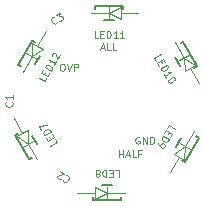
<source format=gbr>
%TF.GenerationSoftware,KiCad,Pcbnew,8.0.1*%
%TF.CreationDate,2024-03-26T23:53:37-06:00*%
%TF.ProjectId,Led_Board,4c65645f-426f-4617-9264-2e6b69636164,rev?*%
%TF.SameCoordinates,Original*%
%TF.FileFunction,Legend,Top*%
%TF.FilePolarity,Positive*%
%FSLAX46Y46*%
G04 Gerber Fmt 4.6, Leading zero omitted, Abs format (unit mm)*
G04 Created by KiCad (PCBNEW 8.0.1) date 2024-03-26 23:53:37*
%MOMM*%
%LPD*%
G01*
G04 APERTURE LIST*
%ADD10C,0.100000*%
%ADD11C,0.152400*%
G04 APERTURE END LIST*
D10*
X146534315Y-75780638D02*
X146248601Y-75780638D01*
X146248601Y-75780638D02*
X146248601Y-75180638D01*
X146734315Y-75466352D02*
X146934315Y-75466352D01*
X147020029Y-75780638D02*
X146734315Y-75780638D01*
X146734315Y-75780638D02*
X146734315Y-75180638D01*
X146734315Y-75180638D02*
X147020029Y-75180638D01*
X147277172Y-75780638D02*
X147277172Y-75180638D01*
X147277172Y-75180638D02*
X147420029Y-75180638D01*
X147420029Y-75180638D02*
X147505743Y-75209209D01*
X147505743Y-75209209D02*
X147562886Y-75266352D01*
X147562886Y-75266352D02*
X147591457Y-75323495D01*
X147591457Y-75323495D02*
X147620029Y-75437781D01*
X147620029Y-75437781D02*
X147620029Y-75523495D01*
X147620029Y-75523495D02*
X147591457Y-75637781D01*
X147591457Y-75637781D02*
X147562886Y-75694924D01*
X147562886Y-75694924D02*
X147505743Y-75752067D01*
X147505743Y-75752067D02*
X147420029Y-75780638D01*
X147420029Y-75780638D02*
X147277172Y-75780638D01*
X148191457Y-75780638D02*
X147848600Y-75780638D01*
X148020029Y-75780638D02*
X148020029Y-75180638D01*
X148020029Y-75180638D02*
X147962886Y-75266352D01*
X147962886Y-75266352D02*
X147905743Y-75323495D01*
X147905743Y-75323495D02*
X147848600Y-75352067D01*
X148762886Y-75780638D02*
X148420029Y-75780638D01*
X148591458Y-75780638D02*
X148591458Y-75180638D01*
X148591458Y-75180638D02*
X148534315Y-75266352D01*
X148534315Y-75266352D02*
X148477172Y-75323495D01*
X148477172Y-75323495D02*
X148420029Y-75352067D01*
X151458658Y-77699501D02*
X151315800Y-77452066D01*
X151315800Y-77452066D02*
X151835416Y-77152066D01*
X151830837Y-77715563D02*
X151930837Y-77888768D01*
X151701515Y-78120142D02*
X151558657Y-77872706D01*
X151558657Y-77872706D02*
X152078273Y-77572706D01*
X152078273Y-77572706D02*
X152221130Y-77820142D01*
X151830086Y-78342834D02*
X152349701Y-78042834D01*
X152349701Y-78042834D02*
X152421130Y-78166552D01*
X152421130Y-78166552D02*
X152439243Y-78255069D01*
X152439243Y-78255069D02*
X152418328Y-78333127D01*
X152418328Y-78333127D02*
X152383126Y-78386442D01*
X152383126Y-78386442D02*
X152298438Y-78468329D01*
X152298438Y-78468329D02*
X152224207Y-78511186D01*
X152224207Y-78511186D02*
X152110947Y-78543585D01*
X152110947Y-78543585D02*
X152047174Y-78547413D01*
X152047174Y-78547413D02*
X151969115Y-78526497D01*
X151969115Y-78526497D02*
X151901515Y-78466552D01*
X151901515Y-78466552D02*
X151830086Y-78342834D01*
X152287229Y-79134629D02*
X152115800Y-78837706D01*
X152201515Y-78986167D02*
X152721130Y-78686167D01*
X152721130Y-78686167D02*
X152618328Y-78679537D01*
X152618328Y-78679537D02*
X152540269Y-78658622D01*
X152540269Y-78658622D02*
X152486954Y-78623420D01*
X152992559Y-79156296D02*
X153021130Y-79205783D01*
X153021130Y-79205783D02*
X153024958Y-79269556D01*
X153024958Y-79269556D02*
X153014500Y-79308585D01*
X153014500Y-79308585D02*
X152979299Y-79361900D01*
X152979299Y-79361900D02*
X152894610Y-79443787D01*
X152894610Y-79443787D02*
X152770892Y-79515215D01*
X152770892Y-79515215D02*
X152657632Y-79547614D01*
X152657632Y-79547614D02*
X152593859Y-79551442D01*
X152593859Y-79551442D02*
X152554830Y-79540984D01*
X152554830Y-79540984D02*
X152501515Y-79505783D01*
X152501515Y-79505783D02*
X152472943Y-79456296D01*
X152472943Y-79456296D02*
X152469116Y-79392523D01*
X152469116Y-79392523D02*
X152479573Y-79353494D01*
X152479573Y-79353494D02*
X152514775Y-79300179D01*
X152514775Y-79300179D02*
X152599463Y-79218292D01*
X152599463Y-79218292D02*
X152723181Y-79146864D01*
X152723181Y-79146864D02*
X152836441Y-79114464D01*
X152836441Y-79114464D02*
X152900214Y-79110637D01*
X152900214Y-79110637D02*
X152939244Y-79121094D01*
X152939244Y-79121094D02*
X152992559Y-79156296D01*
X152374762Y-83396742D02*
X152517619Y-83149306D01*
X152517619Y-83149306D02*
X153037235Y-83449306D01*
X152546942Y-83727089D02*
X152446942Y-83900294D01*
X152131905Y-83817382D02*
X152274762Y-83569946D01*
X152274762Y-83569946D02*
X152794378Y-83869946D01*
X152794378Y-83869946D02*
X152651520Y-84117382D01*
X152003334Y-84040074D02*
X152522949Y-84340074D01*
X152522949Y-84340074D02*
X152451521Y-84463792D01*
X152451521Y-84463792D02*
X152383920Y-84523737D01*
X152383920Y-84523737D02*
X152305861Y-84544653D01*
X152305861Y-84544653D02*
X152242088Y-84540825D01*
X152242088Y-84540825D02*
X152128828Y-84508426D01*
X152128828Y-84508426D02*
X152054598Y-84465569D01*
X152054598Y-84465569D02*
X151969909Y-84383682D01*
X151969909Y-84383682D02*
X151934707Y-84330367D01*
X151934707Y-84330367D02*
X151913792Y-84252309D01*
X151913792Y-84252309D02*
X151931905Y-84163792D01*
X151931905Y-84163792D02*
X152003334Y-84040074D01*
X151689048Y-84584433D02*
X151631905Y-84683408D01*
X151631905Y-84683408D02*
X151628077Y-84747180D01*
X151628077Y-84747180D02*
X151638535Y-84786210D01*
X151638535Y-84786210D02*
X151684195Y-84878554D01*
X151684195Y-84878554D02*
X151768883Y-84960440D01*
X151768883Y-84960440D02*
X151966832Y-85074726D01*
X151966832Y-85074726D02*
X152030605Y-85078554D01*
X152030605Y-85078554D02*
X152069634Y-85068096D01*
X152069634Y-85068096D02*
X152122949Y-85032895D01*
X152122949Y-85032895D02*
X152180092Y-84933920D01*
X152180092Y-84933920D02*
X152183920Y-84870147D01*
X152183920Y-84870147D02*
X152173462Y-84831118D01*
X152173462Y-84831118D02*
X152138260Y-84777803D01*
X152138260Y-84777803D02*
X152014543Y-84706375D01*
X152014543Y-84706375D02*
X151950770Y-84702547D01*
X151950770Y-84702547D02*
X151911740Y-84713005D01*
X151911740Y-84713005D02*
X151858425Y-84748206D01*
X151858425Y-84748206D02*
X151801283Y-84847180D01*
X151801283Y-84847180D02*
X151797455Y-84910953D01*
X151797455Y-84910953D02*
X151807913Y-84949983D01*
X151807913Y-84949983D02*
X151843114Y-85003298D01*
X147991428Y-86922648D02*
X148277142Y-86922648D01*
X148277142Y-86922648D02*
X148277142Y-87522648D01*
X147791428Y-87236934D02*
X147591428Y-87236934D01*
X147505714Y-86922648D02*
X147791428Y-86922648D01*
X147791428Y-86922648D02*
X147791428Y-87522648D01*
X147791428Y-87522648D02*
X147505714Y-87522648D01*
X147248571Y-86922648D02*
X147248571Y-87522648D01*
X147248571Y-87522648D02*
X147105714Y-87522648D01*
X147105714Y-87522648D02*
X147020000Y-87494077D01*
X147020000Y-87494077D02*
X146962857Y-87436934D01*
X146962857Y-87436934D02*
X146934286Y-87379791D01*
X146934286Y-87379791D02*
X146905714Y-87265505D01*
X146905714Y-87265505D02*
X146905714Y-87179791D01*
X146905714Y-87179791D02*
X146934286Y-87065505D01*
X146934286Y-87065505D02*
X146962857Y-87008362D01*
X146962857Y-87008362D02*
X147020000Y-86951220D01*
X147020000Y-86951220D02*
X147105714Y-86922648D01*
X147105714Y-86922648D02*
X147248571Y-86922648D01*
X146562857Y-87265505D02*
X146620000Y-87294077D01*
X146620000Y-87294077D02*
X146648571Y-87322648D01*
X146648571Y-87322648D02*
X146677143Y-87379791D01*
X146677143Y-87379791D02*
X146677143Y-87408362D01*
X146677143Y-87408362D02*
X146648571Y-87465505D01*
X146648571Y-87465505D02*
X146620000Y-87494077D01*
X146620000Y-87494077D02*
X146562857Y-87522648D01*
X146562857Y-87522648D02*
X146448571Y-87522648D01*
X146448571Y-87522648D02*
X146391429Y-87494077D01*
X146391429Y-87494077D02*
X146362857Y-87465505D01*
X146362857Y-87465505D02*
X146334286Y-87408362D01*
X146334286Y-87408362D02*
X146334286Y-87379791D01*
X146334286Y-87379791D02*
X146362857Y-87322648D01*
X146362857Y-87322648D02*
X146391429Y-87294077D01*
X146391429Y-87294077D02*
X146448571Y-87265505D01*
X146448571Y-87265505D02*
X146562857Y-87265505D01*
X146562857Y-87265505D02*
X146620000Y-87236934D01*
X146620000Y-87236934D02*
X146648571Y-87208362D01*
X146648571Y-87208362D02*
X146677143Y-87151220D01*
X146677143Y-87151220D02*
X146677143Y-87036934D01*
X146677143Y-87036934D02*
X146648571Y-86979791D01*
X146648571Y-86979791D02*
X146620000Y-86951220D01*
X146620000Y-86951220D02*
X146562857Y-86922648D01*
X146562857Y-86922648D02*
X146448571Y-86922648D01*
X146448571Y-86922648D02*
X146391429Y-86951220D01*
X146391429Y-86951220D02*
X146362857Y-86979791D01*
X146362857Y-86979791D02*
X146334286Y-87036934D01*
X146334286Y-87036934D02*
X146334286Y-87151220D01*
X146334286Y-87151220D02*
X146362857Y-87208362D01*
X146362857Y-87208362D02*
X146391429Y-87236934D01*
X146391429Y-87236934D02*
X146448571Y-87265505D01*
X142890123Y-84366045D02*
X143032981Y-84613481D01*
X143032981Y-84613481D02*
X142513365Y-84913481D01*
X142517944Y-84349983D02*
X142417944Y-84176778D01*
X142647266Y-83945404D02*
X142790124Y-84192840D01*
X142790124Y-84192840D02*
X142270508Y-84492840D01*
X142270508Y-84492840D02*
X142127651Y-84245404D01*
X142518695Y-83722712D02*
X141999080Y-84022712D01*
X141999080Y-84022712D02*
X141927651Y-83898994D01*
X141927651Y-83898994D02*
X141909538Y-83810478D01*
X141909538Y-83810478D02*
X141930453Y-83732419D01*
X141930453Y-83732419D02*
X141965655Y-83679104D01*
X141965655Y-83679104D02*
X142050343Y-83597218D01*
X142050343Y-83597218D02*
X142124574Y-83554361D01*
X142124574Y-83554361D02*
X142237834Y-83521961D01*
X142237834Y-83521961D02*
X142301607Y-83518134D01*
X142301607Y-83518134D02*
X142379666Y-83539049D01*
X142379666Y-83539049D02*
X142447266Y-83598994D01*
X142447266Y-83598994D02*
X142518695Y-83722712D01*
X141727651Y-83552584D02*
X141527651Y-83206174D01*
X141527651Y-83206174D02*
X142175838Y-83128866D01*
X142167420Y-79188315D02*
X142024563Y-79435751D01*
X142024563Y-79435751D02*
X141504947Y-79135751D01*
X141995240Y-78857967D02*
X142095240Y-78684762D01*
X142410277Y-78767674D02*
X142267420Y-79015110D01*
X142267420Y-79015110D02*
X141747804Y-78715110D01*
X141747804Y-78715110D02*
X141890662Y-78467674D01*
X142538848Y-78544982D02*
X142019233Y-78244982D01*
X142019233Y-78244982D02*
X142090661Y-78121264D01*
X142090661Y-78121264D02*
X142158262Y-78061319D01*
X142158262Y-78061319D02*
X142236321Y-78040404D01*
X142236321Y-78040404D02*
X142300094Y-78044231D01*
X142300094Y-78044231D02*
X142413354Y-78076631D01*
X142413354Y-78076631D02*
X142487584Y-78119488D01*
X142487584Y-78119488D02*
X142572273Y-78201374D01*
X142572273Y-78201374D02*
X142607475Y-78254689D01*
X142607475Y-78254689D02*
X142628390Y-78332748D01*
X142628390Y-78332748D02*
X142610277Y-78421264D01*
X142610277Y-78421264D02*
X142538848Y-78544982D01*
X142995991Y-77753188D02*
X142824562Y-78050111D01*
X142910277Y-77901649D02*
X142390661Y-77601649D01*
X142390661Y-77601649D02*
X142436321Y-77693993D01*
X142436321Y-77693993D02*
X142457237Y-77772052D01*
X142457237Y-77772052D02*
X142453409Y-77835825D01*
X142640149Y-77283810D02*
X142629691Y-77244781D01*
X142629691Y-77244781D02*
X142633519Y-77181008D01*
X142633519Y-77181008D02*
X142704947Y-77057290D01*
X142704947Y-77057290D02*
X142758262Y-77022088D01*
X142758262Y-77022088D02*
X142797292Y-77011631D01*
X142797292Y-77011631D02*
X142861065Y-77015458D01*
X142861065Y-77015458D02*
X142910552Y-77044030D01*
X142910552Y-77044030D02*
X142970497Y-77111631D01*
X142970497Y-77111631D02*
X143095991Y-77579982D01*
X143095991Y-77579982D02*
X143281706Y-77258316D01*
X150037857Y-84155942D02*
X149980715Y-84127371D01*
X149980715Y-84127371D02*
X149895000Y-84127371D01*
X149895000Y-84127371D02*
X149809286Y-84155942D01*
X149809286Y-84155942D02*
X149752143Y-84213085D01*
X149752143Y-84213085D02*
X149723572Y-84270228D01*
X149723572Y-84270228D02*
X149695000Y-84384514D01*
X149695000Y-84384514D02*
X149695000Y-84470228D01*
X149695000Y-84470228D02*
X149723572Y-84584514D01*
X149723572Y-84584514D02*
X149752143Y-84641657D01*
X149752143Y-84641657D02*
X149809286Y-84698800D01*
X149809286Y-84698800D02*
X149895000Y-84727371D01*
X149895000Y-84727371D02*
X149952143Y-84727371D01*
X149952143Y-84727371D02*
X150037857Y-84698800D01*
X150037857Y-84698800D02*
X150066429Y-84670228D01*
X150066429Y-84670228D02*
X150066429Y-84470228D01*
X150066429Y-84470228D02*
X149952143Y-84470228D01*
X150323572Y-84727371D02*
X150323572Y-84127371D01*
X150323572Y-84127371D02*
X150666429Y-84727371D01*
X150666429Y-84727371D02*
X150666429Y-84127371D01*
X150952143Y-84727371D02*
X150952143Y-84127371D01*
X150952143Y-84127371D02*
X151095000Y-84127371D01*
X151095000Y-84127371D02*
X151180714Y-84155942D01*
X151180714Y-84155942D02*
X151237857Y-84213085D01*
X151237857Y-84213085D02*
X151266428Y-84270228D01*
X151266428Y-84270228D02*
X151295000Y-84384514D01*
X151295000Y-84384514D02*
X151295000Y-84470228D01*
X151295000Y-84470228D02*
X151266428Y-84584514D01*
X151266428Y-84584514D02*
X151237857Y-84641657D01*
X151237857Y-84641657D02*
X151180714Y-84698800D01*
X151180714Y-84698800D02*
X151095000Y-84727371D01*
X151095000Y-84727371D02*
X150952143Y-84727371D01*
X146779826Y-76610277D02*
X147065541Y-76610277D01*
X146722683Y-76781706D02*
X146922683Y-76181706D01*
X146922683Y-76181706D02*
X147122683Y-76781706D01*
X147608398Y-76781706D02*
X147322684Y-76781706D01*
X147322684Y-76781706D02*
X147322684Y-76181706D01*
X148094112Y-76781706D02*
X147808398Y-76781706D01*
X147808398Y-76781706D02*
X147808398Y-76181706D01*
X148316904Y-85892588D02*
X148316904Y-85292588D01*
X148316904Y-85578302D02*
X148659761Y-85578302D01*
X148659761Y-85892588D02*
X148659761Y-85292588D01*
X148916903Y-85721159D02*
X149202618Y-85721159D01*
X148859760Y-85892588D02*
X149059760Y-85292588D01*
X149059760Y-85292588D02*
X149259760Y-85892588D01*
X149745475Y-85892588D02*
X149459761Y-85892588D01*
X149459761Y-85892588D02*
X149459761Y-85292588D01*
X150145475Y-85578302D02*
X149945475Y-85578302D01*
X149945475Y-85892588D02*
X149945475Y-85292588D01*
X149945475Y-85292588D02*
X150231189Y-85292588D01*
X139243303Y-81208634D02*
X139271875Y-81237206D01*
X139271875Y-81237206D02*
X139300446Y-81322920D01*
X139300446Y-81322920D02*
X139300446Y-81380063D01*
X139300446Y-81380063D02*
X139271875Y-81465777D01*
X139271875Y-81465777D02*
X139214732Y-81522920D01*
X139214732Y-81522920D02*
X139157589Y-81551491D01*
X139157589Y-81551491D02*
X139043303Y-81580063D01*
X139043303Y-81580063D02*
X138957589Y-81580063D01*
X138957589Y-81580063D02*
X138843303Y-81551491D01*
X138843303Y-81551491D02*
X138786160Y-81522920D01*
X138786160Y-81522920D02*
X138729017Y-81465777D01*
X138729017Y-81465777D02*
X138700446Y-81380063D01*
X138700446Y-81380063D02*
X138700446Y-81322920D01*
X138700446Y-81322920D02*
X138729017Y-81237206D01*
X138729017Y-81237206D02*
X138757589Y-81208634D01*
X139300446Y-80637206D02*
X139300446Y-80980063D01*
X139300446Y-80808634D02*
X138700446Y-80808634D01*
X138700446Y-80808634D02*
X138786160Y-80865777D01*
X138786160Y-80865777D02*
X138843303Y-80922920D01*
X138843303Y-80922920D02*
X138871875Y-80980063D01*
X143814374Y-87400739D02*
X143853403Y-87390281D01*
X143853403Y-87390281D02*
X143941920Y-87408395D01*
X143941920Y-87408395D02*
X143991407Y-87436966D01*
X143991407Y-87436966D02*
X144051352Y-87504567D01*
X144051352Y-87504567D02*
X144072268Y-87582625D01*
X144072268Y-87582625D02*
X144068440Y-87646398D01*
X144068440Y-87646398D02*
X144036041Y-87759658D01*
X144036041Y-87759658D02*
X143993184Y-87833889D01*
X143993184Y-87833889D02*
X143911297Y-87918578D01*
X143911297Y-87918578D02*
X143857982Y-87953779D01*
X143857982Y-87953779D02*
X143779923Y-87974695D01*
X143779923Y-87974695D02*
X143691407Y-87956581D01*
X143691407Y-87956581D02*
X143641920Y-87928010D01*
X143641920Y-87928010D02*
X143581975Y-87860409D01*
X143581975Y-87860409D02*
X143571517Y-87821380D01*
X143373568Y-87707094D02*
X143334539Y-87717552D01*
X143334539Y-87717552D02*
X143270766Y-87713724D01*
X143270766Y-87713724D02*
X143147048Y-87642296D01*
X143147048Y-87642296D02*
X143111847Y-87588981D01*
X143111847Y-87588981D02*
X143101389Y-87549951D01*
X143101389Y-87549951D02*
X143105217Y-87486178D01*
X143105217Y-87486178D02*
X143133788Y-87436691D01*
X143133788Y-87436691D02*
X143201389Y-87376746D01*
X143201389Y-87376746D02*
X143669740Y-87251252D01*
X143669740Y-87251252D02*
X143348074Y-87065537D01*
X143083711Y-74412342D02*
X143073254Y-74451371D01*
X143073254Y-74451371D02*
X143013309Y-74518972D01*
X143013309Y-74518972D02*
X142963821Y-74547543D01*
X142963821Y-74547543D02*
X142875305Y-74565657D01*
X142875305Y-74565657D02*
X142797246Y-74544741D01*
X142797246Y-74544741D02*
X142743931Y-74509540D01*
X142743931Y-74509540D02*
X142662045Y-74424851D01*
X142662045Y-74424851D02*
X142619188Y-74350620D01*
X142619188Y-74350620D02*
X142586788Y-74237360D01*
X142586788Y-74237360D02*
X142582961Y-74173587D01*
X142582961Y-74173587D02*
X142603876Y-74095529D01*
X142603876Y-74095529D02*
X142663821Y-74027928D01*
X142663821Y-74027928D02*
X142713309Y-73999357D01*
X142713309Y-73999357D02*
X142801825Y-73981243D01*
X142801825Y-73981243D02*
X142840854Y-73991701D01*
X142985488Y-73842214D02*
X143307155Y-73656499D01*
X143307155Y-73656499D02*
X143248235Y-73954448D01*
X143248235Y-73954448D02*
X143322466Y-73911591D01*
X143322466Y-73911591D02*
X143386239Y-73907763D01*
X143386239Y-73907763D02*
X143425268Y-73918221D01*
X143425268Y-73918221D02*
X143478583Y-73953422D01*
X143478583Y-73953422D02*
X143550012Y-74077140D01*
X143550012Y-74077140D02*
X143553840Y-74140913D01*
X143553840Y-74140913D02*
X143543382Y-74179942D01*
X143543382Y-74179942D02*
X143508180Y-74233258D01*
X143508180Y-74233258D02*
X143359719Y-74318972D01*
X143359719Y-74318972D02*
X143295946Y-74322800D01*
X143295946Y-74322800D02*
X143256917Y-74312342D01*
X143464854Y-77940578D02*
X143579140Y-77940578D01*
X143579140Y-77940578D02*
X143636283Y-77969149D01*
X143636283Y-77969149D02*
X143693426Y-78026292D01*
X143693426Y-78026292D02*
X143721997Y-78140578D01*
X143721997Y-78140578D02*
X143721997Y-78340578D01*
X143721997Y-78340578D02*
X143693426Y-78454864D01*
X143693426Y-78454864D02*
X143636283Y-78512007D01*
X143636283Y-78512007D02*
X143579140Y-78540578D01*
X143579140Y-78540578D02*
X143464854Y-78540578D01*
X143464854Y-78540578D02*
X143407712Y-78512007D01*
X143407712Y-78512007D02*
X143350569Y-78454864D01*
X143350569Y-78454864D02*
X143321997Y-78340578D01*
X143321997Y-78340578D02*
X143321997Y-78140578D01*
X143321997Y-78140578D02*
X143350569Y-78026292D01*
X143350569Y-78026292D02*
X143407712Y-77969149D01*
X143407712Y-77969149D02*
X143464854Y-77940578D01*
X143893425Y-77940578D02*
X144093425Y-78540578D01*
X144093425Y-78540578D02*
X144293425Y-77940578D01*
X144493426Y-78540578D02*
X144493426Y-77940578D01*
X144493426Y-77940578D02*
X144721997Y-77940578D01*
X144721997Y-77940578D02*
X144779140Y-77969149D01*
X144779140Y-77969149D02*
X144807711Y-77997721D01*
X144807711Y-77997721D02*
X144836283Y-78054864D01*
X144836283Y-78054864D02*
X144836283Y-78140578D01*
X144836283Y-78140578D02*
X144807711Y-78197721D01*
X144807711Y-78197721D02*
X144779140Y-78226292D01*
X144779140Y-78226292D02*
X144721997Y-78254864D01*
X144721997Y-78254864D02*
X144493426Y-78254864D01*
D11*
%TO.C,LED11*%
X146263328Y-73026339D02*
X146263328Y-73315900D01*
X147021518Y-74270940D02*
X147867338Y-74270940D01*
D10*
X147444428Y-73148640D02*
X147444428Y-74148640D01*
X147444428Y-73648640D02*
X145944428Y-73648640D01*
X147444428Y-73648640D02*
X148444428Y-74148640D01*
X148444428Y-73148640D02*
X147444428Y-73648640D01*
X148444428Y-73648640D02*
X148444428Y-73148640D01*
X148444428Y-74148640D02*
X148444428Y-73648640D01*
D11*
X148625529Y-73026340D02*
X146263328Y-73026339D01*
X148625528Y-73315900D02*
X148625529Y-73026340D01*
D10*
X149944428Y-73648640D02*
X148444428Y-73648640D01*
D11*
%TO.C,LED10*%
X153772383Y-76095722D02*
X153521617Y-76240502D01*
X153073623Y-77374634D02*
X153496533Y-78107136D01*
D10*
X154257019Y-77179735D02*
X153390993Y-77679735D01*
X153824006Y-77429735D02*
X153074006Y-76130697D01*
X153824006Y-77429735D02*
X153890993Y-78545760D01*
X154757019Y-78045760D02*
X153824006Y-77429735D01*
X154324006Y-78295760D02*
X154757019Y-78045760D01*
X153890993Y-78545760D02*
X154324006Y-78295760D01*
D11*
X154953484Y-78141447D02*
X153772383Y-76095722D01*
X154702717Y-78286228D02*
X154953484Y-78141447D01*
D10*
X155074006Y-79594799D02*
X154324006Y-78295760D01*
D11*
%TO.C,LED9*%
X155049333Y-84242898D02*
X154798566Y-84098118D01*
X153592382Y-84277210D02*
X153169472Y-85009712D01*
D10*
X154352868Y-85204611D02*
X153486842Y-84704611D01*
X153919855Y-84954611D02*
X154669855Y-83655573D01*
X153919855Y-84954611D02*
X152986842Y-85570636D01*
X153852868Y-86070636D02*
X153919855Y-84954611D01*
X153419855Y-85820636D02*
X153852868Y-86070636D01*
X152986842Y-85570636D02*
X153419855Y-85820636D01*
D11*
X153868233Y-86288624D02*
X155049333Y-84242898D01*
X153617466Y-86143844D02*
X153868233Y-86288624D01*
D10*
X152669855Y-87119675D02*
X153419855Y-85820636D01*
D11*
%TO.C,LED8*%
X148475394Y-89508827D02*
X148475394Y-89219266D01*
X147717204Y-88264226D02*
X146871384Y-88264226D01*
D10*
X147294294Y-89386526D02*
X147294294Y-88386526D01*
X147294294Y-88886526D02*
X148794294Y-88886526D01*
X147294294Y-88886526D02*
X146294294Y-88386526D01*
X146294294Y-89386526D02*
X147294294Y-88886526D01*
X146294294Y-88886526D02*
X146294294Y-89386526D01*
X146294294Y-88386526D02*
X146294294Y-88886526D01*
D11*
X146113193Y-89508826D02*
X148475394Y-89508827D01*
X146113194Y-89219266D02*
X146113193Y-89508826D01*
D10*
X144794294Y-88886526D02*
X146294294Y-88886526D01*
%TO.C,LED7*%
X139386085Y-82557228D02*
X140136085Y-83856267D01*
D11*
X139757374Y-83865799D02*
X139506607Y-84010580D01*
X139506607Y-84010580D02*
X140687708Y-86056305D01*
D10*
X140569098Y-83606267D02*
X140136085Y-83856267D01*
X140136085Y-83856267D02*
X139703072Y-84106267D01*
X139703072Y-84106267D02*
X140636085Y-84722292D01*
X140636085Y-84722292D02*
X140569098Y-83606267D01*
X140636085Y-84722292D02*
X141386085Y-86021330D01*
X140203072Y-84972292D02*
X141069098Y-84472292D01*
D11*
X141386468Y-84777393D02*
X140963558Y-84044891D01*
X140687708Y-86056305D02*
X140938474Y-85911525D01*
D10*
%TO.C,LED12*%
X140473524Y-77084012D02*
X141339550Y-77584012D01*
X140906537Y-77334012D02*
X140156537Y-78633050D01*
X141839550Y-76717987D02*
X141406537Y-76467987D01*
X140906537Y-77334012D02*
X141839550Y-76717987D01*
X140973524Y-76217987D02*
X140906537Y-77334012D01*
X141406537Y-76467987D02*
X140973524Y-76217987D01*
X142156537Y-75168948D02*
X141406537Y-76467987D01*
D11*
X139777059Y-78045724D02*
X140027826Y-78190505D01*
X141234010Y-78011413D02*
X141656920Y-77278911D01*
X140958160Y-75999999D02*
X139777059Y-78045724D01*
X141208926Y-76144779D02*
X140958160Y-75999999D01*
%TD*%
M02*

</source>
